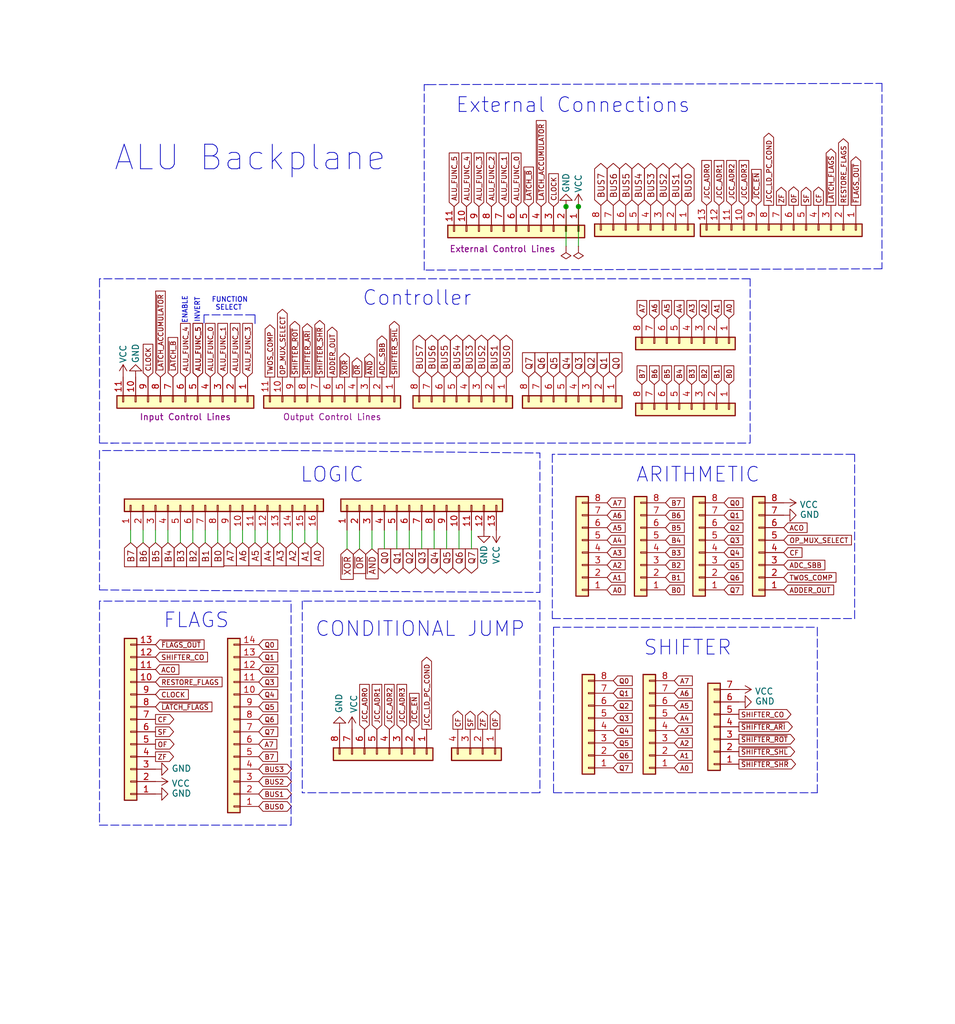
<source format=kicad_sch>
(kicad_sch (version 20211123) (generator eeschema)
  (paper "User" 194.996 208.991)
  (title_block (title "ALU & Conditional Jump Backplane") (date "2022-01-17") (rev "4") (company "theWickedWebDev/8-bit-computer"))
  (lib_symbols
    (symbol "Connector_Generic:Conn_01x04" (pin_names (offset 1.016) hide)
      (property "Reference" "J" (at 0 5.08 0))
      (property "Value" "Conn_01x04" (at 0 -7.62 0))
      (symbol "Conn_01x04_1_1"
        (rectangle (start -1.27 -4.953) (end 0 -5.207) (stroke (width 0.1524)))
        (rectangle (start -1.27 -2.413) (end 0 -2.667) (stroke (width 0.1524)))
        (rectangle (start -1.27 0.127) (end 0 -0.127) (stroke (width 0.1524)))
        (rectangle (start -1.27 2.667) (end 0 2.413) (stroke (width 0.1524)))
        (rectangle (start -1.27 3.81) (end 1.27 -6.35) (stroke (width 0.254)) (fill (type background)))
        (pin passive line (at -5.08 2.54 0) (length 3.81) (name "Pin_1") (number "1"))
        (pin passive line (at -5.08 0 0) (length 3.81) (name "Pin_2") (number "2"))
        (pin passive line (at -5.08 -2.54 0) (length 3.81) (name "Pin_3") (number "3"))
        (pin passive line (at -5.08 -5.08 0) (length 3.81) (name "Pin_4") (number "4"))
      )
    )
    (symbol "Connector_Generic:Conn_01x07" (pin_names (offset 1.016) hide)
      (property "Reference" "J" (at 0 10.16 0))
      (property "Value" "Conn_01x07" (at 0 -10.16 0))
      (symbol "Conn_01x07_1_1"
        (rectangle (start -1.27 -7.493) (end 0 -7.747) (stroke (width 0.1524)))
        (rectangle (start -1.27 -4.953) (end 0 -5.207) (stroke (width 0.1524)))
        (rectangle (start -1.27 -2.413) (end 0 -2.667) (stroke (width 0.1524)))
        (rectangle (start -1.27 0.127) (end 0 -0.127) (stroke (width 0.1524)))
        (rectangle (start -1.27 2.667) (end 0 2.413) (stroke (width 0.1524)))
        (rectangle (start -1.27 5.207) (end 0 4.953) (stroke (width 0.1524)))
        (rectangle (start -1.27 7.747) (end 0 7.493) (stroke (width 0.1524)))
        (rectangle (start -1.27 8.89) (end 1.27 -8.89) (stroke (width 0.254)) (fill (type background)))
        (pin passive line (at -5.08 7.62 0) (length 3.81) (name "Pin_1") (number "1"))
        (pin passive line (at -5.08 5.08 0) (length 3.81) (name "Pin_2") (number "2"))
        (pin passive line (at -5.08 2.54 0) (length 3.81) (name "Pin_3") (number "3"))
        (pin passive line (at -5.08 0 0) (length 3.81) (name "Pin_4") (number "4"))
        (pin passive line (at -5.08 -2.54 0) (length 3.81) (name "Pin_5") (number "5"))
        (pin passive line (at -5.08 -5.08 0) (length 3.81) (name "Pin_6") (number "6"))
        (pin passive line (at -5.08 -7.62 0) (length 3.81) (name "Pin_7") (number "7"))
      )
    )
    (symbol "Connector_Generic:Conn_01x08" (pin_names (offset 1.016) hide)
      (property "Reference" "J" (at 0 10.16 0))
      (property "Value" "Conn_01x08" (at 0 -12.7 0))
      (symbol "Conn_01x08_1_1"
        (rectangle (start -1.27 -10.033) (end 0 -10.287) (stroke (width 0.1524)))
        (rectangle (start -1.27 -7.493) (end 0 -7.747) (stroke (width 0.1524)))
        (rectangle (start -1.27 -4.953) (end 0 -5.207) (stroke (width 0.1524)))
        (rectangle (start -1.27 -2.413) (end 0 -2.667) (stroke (width 0.1524)))
        (rectangle (start -1.27 0.127) (end 0 -0.127) (stroke (width 0.1524)))
        (rectangle (start -1.27 2.667) (end 0 2.413) (stroke (width 0.1524)))
        (rectangle (start -1.27 5.207) (end 0 4.953) (stroke (width 0.1524)))
        (rectangle (start -1.27 7.747) (end 0 7.493) (stroke (width 0.1524)))
        (rectangle (start -1.27 8.89) (end 1.27 -11.43) (stroke (width 0.254)) (fill (type background)))
        (pin passive line (at -5.08 7.62 0) (length 3.81) (name "Pin_1") (number "1"))
        (pin passive line (at -5.08 5.08 0) (length 3.81) (name "Pin_2") (number "2"))
        (pin passive line (at -5.08 2.54 0) (length 3.81) (name "Pin_3") (number "3"))
        (pin passive line (at -5.08 0 0) (length 3.81) (name "Pin_4") (number "4"))
        (pin passive line (at -5.08 -2.54 0) (length 3.81) (name "Pin_5") (number "5"))
        (pin passive line (at -5.08 -5.08 0) (length 3.81) (name "Pin_6") (number "6"))
        (pin passive line (at -5.08 -7.62 0) (length 3.81) (name "Pin_7") (number "7"))
        (pin passive line (at -5.08 -10.16 0) (length 3.81) (name "Pin_8") (number "8"))
      )
    )
    (symbol "Connector_Generic:Conn_01x11" (pin_names (offset 1.016) hide)
      (property "Reference" "J" (at 0 15.24 0))
      (property "Value" "Conn_01x11" (at 0 -15.24 0))
      (symbol "Conn_01x11_1_1"
        (rectangle (start -1.27 -12.573) (end 0 -12.827) (stroke (width 0.1524)))
        (rectangle (start -1.27 -10.033) (end 0 -10.287) (stroke (width 0.1524)))
        (rectangle (start -1.27 -7.493) (end 0 -7.747) (stroke (width 0.1524)))
        (rectangle (start -1.27 -4.953) (end 0 -5.207) (stroke (width 0.1524)))
        (rectangle (start -1.27 -2.413) (end 0 -2.667) (stroke (width 0.1524)))
        (rectangle (start -1.27 0.127) (end 0 -0.127) (stroke (width 0.1524)))
        (rectangle (start -1.27 2.667) (end 0 2.413) (stroke (width 0.1524)))
        (rectangle (start -1.27 5.207) (end 0 4.953) (stroke (width 0.1524)))
        (rectangle (start -1.27 7.747) (end 0 7.493) (stroke (width 0.1524)))
        (rectangle (start -1.27 10.287) (end 0 10.033) (stroke (width 0.1524)))
        (rectangle (start -1.27 12.827) (end 0 12.573) (stroke (width 0.1524)))
        (rectangle (start -1.27 13.97) (end 1.27 -13.97) (stroke (width 0.254)) (fill (type background)))
        (pin passive line (at -5.08 12.7 0) (length 3.81) (name "Pin_1") (number "1"))
        (pin passive line (at -5.08 -10.16 0) (length 3.81) (name "Pin_10") (number "10"))
        (pin passive line (at -5.08 -12.7 0) (length 3.81) (name "Pin_11") (number "11"))
        (pin passive line (at -5.08 10.16 0) (length 3.81) (name "Pin_2") (number "2"))
        (pin passive line (at -5.08 7.62 0) (length 3.81) (name "Pin_3") (number "3"))
        (pin passive line (at -5.08 5.08 0) (length 3.81) (name "Pin_4") (number "4"))
        (pin passive line (at -5.08 2.54 0) (length 3.81) (name "Pin_5") (number "5"))
        (pin passive line (at -5.08 0 0) (length 3.81) (name "Pin_6") (number "6"))
        (pin passive line (at -5.08 -2.54 0) (length 3.81) (name "Pin_7") (number "7"))
        (pin passive line (at -5.08 -5.08 0) (length 3.81) (name "Pin_8") (number "8"))
        (pin passive line (at -5.08 -7.62 0) (length 3.81) (name "Pin_9") (number "9"))
      )
    )
    (symbol "Connector_Generic:Conn_01x13" (pin_names (offset 1.016) hide)
      (property "Reference" "J" (at 0 17.78 0))
      (property "Value" "Conn_01x13" (at 0 -17.78 0))
      (symbol "Conn_01x13_1_1"
        (rectangle (start -1.27 -15.113) (end 0 -15.367) (stroke (width 0.1524)))
        (rectangle (start -1.27 -12.573) (end 0 -12.827) (stroke (width 0.1524)))
        (rectangle (start -1.27 -10.033) (end 0 -10.287) (stroke (width 0.1524)))
        (rectangle (start -1.27 -7.493) (end 0 -7.747) (stroke (width 0.1524)))
        (rectangle (start -1.27 -4.953) (end 0 -5.207) (stroke (width 0.1524)))
        (rectangle (start -1.27 -2.413) (end 0 -2.667) (stroke (width 0.1524)))
        (rectangle (start -1.27 0.127) (end 0 -0.127) (stroke (width 0.1524)))
        (rectangle (start -1.27 2.667) (end 0 2.413) (stroke (width 0.1524)))
        (rectangle (start -1.27 5.207) (end 0 4.953) (stroke (width 0.1524)))
        (rectangle (start -1.27 7.747) (end 0 7.493) (stroke (width 0.1524)))
        (rectangle (start -1.27 10.287) (end 0 10.033) (stroke (width 0.1524)))
        (rectangle (start -1.27 12.827) (end 0 12.573) (stroke (width 0.1524)))
        (rectangle (start -1.27 15.367) (end 0 15.113) (stroke (width 0.1524)))
        (rectangle (start -1.27 16.51) (end 1.27 -16.51) (stroke (width 0.254)) (fill (type background)))
        (pin passive line (at -5.08 15.24 0) (length 3.81) (name "Pin_1") (number "1"))
        (pin passive line (at -5.08 -7.62 0) (length 3.81) (name "Pin_10") (number "10"))
        (pin passive line (at -5.08 -10.16 0) (length 3.81) (name "Pin_11") (number "11"))
        (pin passive line (at -5.08 -12.7 0) (length 3.81) (name "Pin_12") (number "12"))
        (pin passive line (at -5.08 -15.24 0) (length 3.81) (name "Pin_13") (number "13"))
        (pin passive line (at -5.08 12.7 0) (length 3.81) (name "Pin_2") (number "2"))
        (pin passive line (at -5.08 10.16 0) (length 3.81) (name "Pin_3") (number "3"))
        (pin passive line (at -5.08 7.62 0) (length 3.81) (name "Pin_4") (number "4"))
        (pin passive line (at -5.08 5.08 0) (length 3.81) (name "Pin_5") (number "5"))
        (pin passive line (at -5.08 2.54 0) (length 3.81) (name "Pin_6") (number "6"))
        (pin passive line (at -5.08 0 0) (length 3.81) (name "Pin_7") (number "7"))
        (pin passive line (at -5.08 -2.54 0) (length 3.81) (name "Pin_8") (number "8"))
        (pin passive line (at -5.08 -5.08 0) (length 3.81) (name "Pin_9") (number "9"))
      )
    )
    (symbol "Connector_Generic:Conn_01x14" (pin_names (offset 1.016) hide)
      (property "Reference" "J" (at 0 17.78 0))
      (property "Value" "Conn_01x14" (at 0 -20.32 0))
      (symbol "Conn_01x14_1_1"
        (rectangle (start -1.27 -17.653) (end 0 -17.907) (stroke (width 0.1524)))
        (rectangle (start -1.27 -15.113) (end 0 -15.367) (stroke (width 0.1524)))
        (rectangle (start -1.27 -12.573) (end 0 -12.827) (stroke (width 0.1524)))
        (rectangle (start -1.27 -10.033) (end 0 -10.287) (stroke (width 0.1524)))
        (rectangle (start -1.27 -7.493) (end 0 -7.747) (stroke (width 0.1524)))
        (rectangle (start -1.27 -4.953) (end 0 -5.207) (stroke (width 0.1524)))
        (rectangle (start -1.27 -2.413) (end 0 -2.667) (stroke (width 0.1524)))
        (rectangle (start -1.27 0.127) (end 0 -0.127) (stroke (width 0.1524)))
        (rectangle (start -1.27 2.667) (end 0 2.413) (stroke (width 0.1524)))
        (rectangle (start -1.27 5.207) (end 0 4.953) (stroke (width 0.1524)))
        (rectangle (start -1.27 7.747) (end 0 7.493) (stroke (width 0.1524)))
        (rectangle (start -1.27 10.287) (end 0 10.033) (stroke (width 0.1524)))
        (rectangle (start -1.27 12.827) (end 0 12.573) (stroke (width 0.1524)))
        (rectangle (start -1.27 15.367) (end 0 15.113) (stroke (width 0.1524)))
        (rectangle (start -1.27 16.51) (end 1.27 -19.05) (stroke (width 0.254)) (fill (type background)))
        (pin passive line (at -5.08 15.24 0) (length 3.81) (name "Pin_1") (number "1"))
        (pin passive line (at -5.08 -7.62 0) (length 3.81) (name "Pin_10") (number "10"))
        (pin passive line (at -5.08 -10.16 0) (length 3.81) (name "Pin_11") (number "11"))
        (pin passive line (at -5.08 -12.7 0) (length 3.81) (name "Pin_12") (number "12"))
        (pin passive line (at -5.08 -15.24 0) (length 3.81) (name "Pin_13") (number "13"))
        (pin passive line (at -5.08 -17.78 0) (length 3.81) (name "Pin_14") (number "14"))
        (pin passive line (at -5.08 12.7 0) (length 3.81) (name "Pin_2") (number "2"))
        (pin passive line (at -5.08 10.16 0) (length 3.81) (name "Pin_3") (number "3"))
        (pin passive line (at -5.08 7.62 0) (length 3.81) (name "Pin_4") (number "4"))
        (pin passive line (at -5.08 5.08 0) (length 3.81) (name "Pin_5") (number "5"))
        (pin passive line (at -5.08 2.54 0) (length 3.81) (name "Pin_6") (number "6"))
        (pin passive line (at -5.08 0 0) (length 3.81) (name "Pin_7") (number "7"))
        (pin passive line (at -5.08 -2.54 0) (length 3.81) (name "Pin_8") (number "8"))
        (pin passive line (at -5.08 -5.08 0) (length 3.81) (name "Pin_9") (number "9"))
      )
    )
    (symbol "Connector_Generic:Conn_01x16" (pin_names (offset 1.016) hide)
      (property "Reference" "J" (at 0 20.32 0))
      (property "Value" "Conn_01x16" (at 0 -22.86 0))
      (symbol "Conn_01x16_1_1"
        (rectangle (start -1.27 -20.193) (end 0 -20.447) (stroke (width 0.1524)))
        (rectangle (start -1.27 -17.653) (end 0 -17.907) (stroke (width 0.1524)))
        (rectangle (start -1.27 -15.113) (end 0 -15.367) (stroke (width 0.1524)))
        (rectangle (start -1.27 -12.573) (end 0 -12.827) (stroke (width 0.1524)))
        (rectangle (start -1.27 -10.033) (end 0 -10.287) (stroke (width 0.1524)))
        (rectangle (start -1.27 -7.493) (end 0 -7.747) (stroke (width 0.1524)))
        (rectangle (start -1.27 -4.953) (end 0 -5.207) (stroke (width 0.1524)))
        (rectangle (start -1.27 -2.413) (end 0 -2.667) (stroke (width 0.1524)))
        (rectangle (start -1.27 0.127) (end 0 -0.127) (stroke (width 0.1524)))
        (rectangle (start -1.27 2.667) (end 0 2.413) (stroke (width 0.1524)))
        (rectangle (start -1.27 5.207) (end 0 4.953) (stroke (width 0.1524)))
        (rectangle (start -1.27 7.747) (end 0 7.493) (stroke (width 0.1524)))
        (rectangle (start -1.27 10.287) (end 0 10.033) (stroke (width 0.1524)))
        (rectangle (start -1.27 12.827) (end 0 12.573) (stroke (width 0.1524)))
        (rectangle (start -1.27 15.367) (end 0 15.113) (stroke (width 0.1524)))
        (rectangle (start -1.27 17.907) (end 0 17.653) (stroke (width 0.1524)))
        (rectangle (start -1.27 19.05) (end 1.27 -21.59) (stroke (width 0.254)) (fill (type background)))
        (pin passive line (at -5.08 17.78 0) (length 3.81) (name "Pin_1") (number "1"))
        (pin passive line (at -5.08 -5.08 0) (length 3.81) (name "Pin_10") (number "10"))
        (pin passive line (at -5.08 -7.62 0) (length 3.81) (name "Pin_11") (number "11"))
        (pin passive line (at -5.08 -10.16 0) (length 3.81) (name "Pin_12") (number "12"))
        (pin passive line (at -5.08 -12.7 0) (length 3.81) (name "Pin_13") (number "13"))
        (pin passive line (at -5.08 -15.24 0) (length 3.81) (name "Pin_14") (number "14"))
        (pin passive line (at -5.08 -17.78 0) (length 3.81) (name "Pin_15") (number "15"))
        (pin passive line (at -5.08 -20.32 0) (length 3.81) (name "Pin_16") (number "16"))
        (pin passive line (at -5.08 15.24 0) (length 3.81) (name "Pin_2") (number "2"))
        (pin passive line (at -5.08 12.7 0) (length 3.81) (name "Pin_3") (number "3"))
        (pin passive line (at -5.08 10.16 0) (length 3.81) (name "Pin_4") (number "4"))
        (pin passive line (at -5.08 7.62 0) (length 3.81) (name "Pin_5") (number "5"))
        (pin passive line (at -5.08 5.08 0) (length 3.81) (name "Pin_6") (number "6"))
        (pin passive line (at -5.08 2.54 0) (length 3.81) (name "Pin_7") (number "7"))
        (pin passive line (at -5.08 0 0) (length 3.81) (name "Pin_8") (number "8"))
        (pin passive line (at -5.08 -2.54 0) (length 3.81) (name "Pin_9") (number "9"))
      )
    )
    (symbol "power:GND" (power) (pin_names (offset 0))
      (property "Value" "GND" (at 0 -3.81 0))
      (symbol "GND_0_1"
        (polyline (pts (xy 0 0) (xy 0 -1.27) (xy 1.27 -1.27) (xy 0 -2.54) (xy -1.27 -1.27) (xy 0 -1.27)))
      )
      (symbol "GND_1_1"
        (pin power_in line (at 0 0 270) (length 0) hide (name "GND") (number "1"))
      )
    )
    (symbol "power:PWR_FLAG" (power) (pin_numbers hide) (pin_names (offset 0) hide)
      (property "Value" "PWR_FLAG" (at 0 3.81 0))
      (symbol "PWR_FLAG_0_0"
        (pin power_out line (at 0 0 90) (length 0) (name "pwr") (number "1"))
      )
      (symbol "PWR_FLAG_0_1"
        (polyline (pts (xy 0 0) (xy 0 1.27) (xy -1.016 1.905) (xy 0 2.54) (xy 1.016 1.905) (xy 0 1.27)))
      )
    )
    (symbol "power:VCC" (power) (pin_names (offset 0))
      (property "Value" "VCC" (at 0 3.81 0))
      (symbol "VCC_0_1"
        (polyline (pts (xy -0.762 1.27) (xy 0 2.54)))
        (polyline (pts (xy 0 0) (xy 0 2.54)))
        (polyline (pts (xy 0 2.54) (xy 0.762 1.27)))
      )
      (symbol "VCC_1_1"
        (pin power_in line (at 0 0 90) (length 0) hide (name "VCC") (number "1"))
      )
    )
  )
  (junction (at 118.11 42.164))
  (junction (at 115.57 42.164))
  (polyline (pts (xy 143.002 92.71) (xy 112.776 92.71)))
  (wire (pts (xy 115.57 42.164) (xy 115.57 50.292)))
  (wire (pts (xy 70.866 112.014) (xy 70.866 108.204)))
  (polyline (pts (xy 20.32 168.402) (xy 59.436 168.402)))
  (polyline (pts (xy 86.614 55.118) (xy 86.614 17.272)))
  (wire (pts (xy 59.69 108.204) (xy 59.69 110.744)))
  (polyline (pts (xy 141.732 128.016) (xy 166.878 128.016)))
  (wire (pts (xy 83.566 112.014) (xy 83.566 108.204)))
  (wire (pts (xy 93.726 112.014) (xy 93.726 108.204)))
  (polyline (pts (xy 112.776 126.238) (xy 174.498 126.238)))
  (wire (pts (xy 78.486 112.014) (xy 78.486 108.204)))
  (wire (pts (xy 34.29 108.204) (xy 34.29 110.744)))
  (wire (pts (xy 36.83 108.204) (xy 36.83 110.744)))
  (wire (pts (xy 54.61 108.204) (xy 54.61 110.744)))
  (wire (pts (xy 88.646 112.014) (xy 88.646 108.204)))
  (wire (pts (xy 75.946 112.014) (xy 75.946 108.204)))
  (polyline (pts (xy 59.182 91.948) (xy 20.32 91.948)))
  (polyline (pts (xy 52.07 64.262) (xy 51.816 64.262)))
  (polyline (pts (xy 61.976 122.682) (xy 110.236 122.682)))
  (polyline (pts (xy 87.376 17.272) (xy 180.086 17.018)))
  (polyline (pts (xy 143.002 92.71) (xy 174.498 92.71)))
  (polyline (pts (xy 174.498 126.238) (xy 174.498 92.71)))
  (polyline (pts (xy 166.878 161.798) (xy 166.878 128.016)))
  (wire (pts (xy 41.91 108.204) (xy 41.91 110.744)))
  (wire (pts (xy 73.406 112.014) (xy 73.406 108.204)))
  (wire (pts (xy 39.37 108.204) (xy 39.37 110.744)))
  (polyline (pts (xy 61.722 122.682) (xy 61.722 161.798)))
  (wire (pts (xy 46.99 108.204) (xy 46.99 110.744)))
  (polyline (pts (xy 20.32 120.396) (xy 110.236 120.904)))
  (wire (pts (xy 91.186 112.014) (xy 91.186 108.204)))
  (polyline (pts (xy 112.776 92.71) (xy 112.776 126.238)))
  (polyline (pts (xy 20.32 122.682) (xy 20.32 168.402)))
  (polyline (pts (xy 110.236 122.682) (xy 110.236 161.798)))
  (polyline (pts (xy 20.32 91.948) (xy 20.32 120.396)))
  (polyline (pts (xy 59.436 168.402) (xy 59.436 122.682)))
  (polyline (pts (xy 141.732 128.016) (xy 113.03 128.016)))
  (wire (pts (xy 29.21 108.204) (xy 29.21 110.744)))
  (polyline (pts (xy 180.086 17.018) (xy 180.086 54.864)))
  (wire (pts (xy 57.15 108.204) (xy 57.15 110.744)))
  (polyline (pts (xy 113.03 128.016) (xy 113.03 161.798)))
  (wire (pts (xy 64.77 108.204) (xy 64.77 110.744)))
  (polyline (pts (xy 153.162 90.424) (xy 153.162 56.896)))
  (wire (pts (xy 44.45 108.204) (xy 44.45 110.744)))
  (wire (pts (xy 62.23 108.204) (xy 62.23 110.744)))
  (polyline (pts (xy 110.236 120.904) (xy 110.236 92.456)))
  (polyline (pts (xy 52.07 66.04) (xy 52.07 64.262)))
  (polyline (pts (xy 59.436 122.682) (xy 20.32 122.682)))
  (wire (pts (xy 118.11 42.164) (xy 118.11 50.292)))
  (polyline (pts (xy 86.614 17.272) (xy 87.376 17.272)))
  (wire (pts (xy 96.266 112.014) (xy 96.266 108.204)))
  (polyline (pts (xy 180.086 54.864) (xy 86.614 55.118)))
  (polyline (pts (xy 51.816 64.262) (xy 41.656 64.262)))
  (wire (pts (xy 26.67 108.204) (xy 26.67 110.744)))
  (polyline (pts (xy 110.236 161.798) (xy 61.722 161.798)))
  (polyline (pts (xy 41.656 64.262) (xy 41.656 66.04)))
  (wire (pts (xy 52.07 108.204) (xy 52.07 110.744)))
  (polyline (pts (xy 20.32 56.896) (xy 20.32 90.424)))
  (polyline (pts (xy 113.03 161.798) (xy 166.878 161.798)))
  (polyline (pts (xy 153.162 56.896) (xy 20.32 56.896)))
  (wire (pts (xy 81.026 112.014) (xy 81.026 108.204)))
  (wire (pts (xy 31.75 108.204) (xy 31.75 110.744)))
  (wire (pts (xy 86.106 112.014) (xy 86.106 108.204)))
  (polyline (pts (xy 59.182 91.948) (xy 110.236 92.456)))
  (polyline (pts (xy 20.32 90.424) (xy 23.114 90.424)))
  (wire (pts (xy 49.53 108.204) (xy 49.53 110.744)))
  (polyline (pts (xy 22.606 90.424) (xy 153.162 90.424)))
  (text "ARITHMETIC" (at 129.794 98.806 0) (effects (font (size 3 3)) (justify left bottom)))
  (text "External Connections" (at 92.964 23.368 0) (effects (font (size 3 3)) (justify left bottom)))
  (text "SHIFTER" (at 131.318 134.112 0) (effects (font (size 3 3)) (justify left bottom)))
  (text "CONDITIONAL JUMP" (at 64.262 130.302 0) (effects (font (size 3 3)) (justify left bottom)))
  (text "ENABLE" (at 38.354 60.452 270) (effects (font (size 1 1)) (justify right bottom)))
  (text "INVERT" (at 40.894 60.706 270) (effects (font (size 1 1)) (justify right bottom)))
  (text "Controller" (at 73.914 62.738 0) (effects (font (size 3 3)) (justify left bottom)))
  (text "ALU Backplane" (at 23.114 35.306 0) (effects (font (size 5 5)) (justify left bottom)))
  (text "FLAGS" (at 33.274 128.524 0) (effects (font (size 3 3)) (justify left bottom)))
  (text "LOGIC" (at 61.214 98.806 0) (effects (font (size 3 3)) (justify left bottom)))
  (text "FUNCTION\n SELECT" (at 43.18 63.5 0) (effects (font (size 1 1)) (justify left bottom)))
  (global_label "Q0" (shape input) (at 147.828 102.616 0) (effects (font (size 0.9906 0.9906))) (property "Intersheet References" "${INTERSHEET_REFS}" (effects hide)))
  (global_label "ALU_FUNC_2" (shape input) (at 48.006 76.962 90) (effects (font (size 0.9906 0.9906))) (property "Intersheet References" "${INTERSHEET_REFS}" (effects hide)))
  (global_label "B3" (shape input) (at 135.89 112.776 0) (effects (font (size 0.9906 0.9906))) (property "Intersheet References" "${INTERSHEET_REFS}" (effects hide)))
  (global_label "RESTORE_FLAGS" (shape output) (at 172.212 41.91 90) (effects (font (size 0.9906 0.9906))) (property "Intersheet References" "${INTERSHEET_REFS}" (effects hide)))
  (global_label "BUS6" (shape tri_state) (at 88.138 76.962 90) (property "Intersheet References" "${INTERSHEET_REFS}" (effects hide)))
  (global_label "Q0" (shape input) (at 52.832 131.572 0) (effects (font (size 0.9906 0.9906))) (property "Intersheet References" "${INTERSHEET_REFS}" (effects hide)))
  (global_label "JCC_ADR1" (shape input) (at 76.962 148.844 90) (effects (font (size 0.9906 0.9906))) (property "Intersheet References" "${INTERSHEET_REFS}" (effects hide)))
  (global_label "TWOS_COMP" (shape input) (at 160.02 117.856 0) (effects (font (size 0.9906 0.9906))) (property "Intersheet References" "${INTERSHEET_REFS}" (effects hide)))
  (global_label "SF" (shape output) (at 96.012 148.844 90) (effects (font (size 0.9906 0.9906))) (property "Intersheet References" "${INTERSHEET_REFS}" (effects hide)))
  (global_label "~{SHIFTER_ROT}" (shape output) (at 150.876 150.876 0) (effects (font (size 0.9906 0.9906))) (property "Intersheet References" "${INTERSHEET_REFS}" (effects hide)))
  (global_label "A0" (shape input) (at 148.844 65.024 90) (effects (font (size 0.9906 0.9906))) (property "Intersheet References" "${INTERSHEET_REFS}" (effects hide)))
  (global_label "~{SHIFTER_SHR}" (shape output) (at 65.278 76.962 90) (effects (font (size 0.9906 0.9906))) (property "Intersheet References" "${INTERSHEET_REFS}" (effects hide)))
  (global_label "B5" (shape input) (at 135.89 107.696 0) (effects (font (size 0.9906 0.9906))) (property "Intersheet References" "${INTERSHEET_REFS}" (effects hide)))
  (global_label "A4" (shape input) (at 137.668 146.558 0) (effects (font (size 0.9906 0.9906))) (property "Intersheet References" "${INTERSHEET_REFS}" (effects hide)))
  (global_label "A7" (shape input) (at 131.064 65.024 90) (effects (font (size 0.9906 0.9906))) (property "Intersheet References" "${INTERSHEET_REFS}" (effects hide)))
  (global_label "Q6" (shape output) (at 93.726 112.014 270) (property "Intersheet References" "${INTERSHEET_REFS}" (effects hide)))
  (global_label "B2" (shape input) (at 135.89 115.316 0) (effects (font (size 0.9906 0.9906))) (property "Intersheet References" "${INTERSHEET_REFS}" (effects hide)))
  (global_label "BUS5" (shape tri_state) (at 90.678 76.962 90) (property "Intersheet References" "${INTERSHEET_REFS}" (effects hide)))
  (global_label "B1" (shape input) (at 135.89 117.856 0) (effects (font (size 0.9906 0.9906))) (property "Intersheet References" "${INTERSHEET_REFS}" (effects hide)))
  (global_label "Q7" (shape input) (at 125.222 156.718 0) (effects (font (size 0.9906 0.9906))) (property "Intersheet References" "${INTERSHEET_REFS}" (effects hide)))
  (global_label "A2" (shape input) (at 123.952 115.316 0) (effects (font (size 0.9906 0.9906))) (property "Intersheet References" "${INTERSHEET_REFS}" (effects hide)))
  (global_label "B6" (shape input) (at 135.89 105.156 0) (effects (font (size 0.9906 0.9906))) (property "Intersheet References" "${INTERSHEET_REFS}" (effects hide)))
  (global_label "JCC_ADR2" (shape input) (at 149.352 41.91 90) (effects (font (size 0.9906 0.9906))) (property "Intersheet References" "${INTERSHEET_REFS}" (effects hide)))
  (global_label "ALU_FUNC_4" (shape input) (at 95.25 42.164 90) (effects (font (size 0.9906 0.9906))) (property "Intersheet References" "${INTERSHEET_REFS}" (effects hide)))
  (global_label "Q2" (shape input) (at 125.222 144.018 0) (effects (font (size 0.9906 0.9906))) (property "Intersheet References" "${INTERSHEET_REFS}" (effects hide)))
  (global_label "JCC_ADR0" (shape input) (at 74.422 148.844 90) (effects (font (size 0.9906 0.9906))) (property "Intersheet References" "${INTERSHEET_REFS}" (effects hide)))
  (global_label "OP_MUX_SELECT" (shape input) (at 160.02 110.236 0) (effects (font (size 0.9906 0.9906))) (property "Intersheet References" "${INTERSHEET_REFS}" (effects hide)))
  (global_label "~{LATCH_ACCUMULATOR}" (shape input) (at 110.49 42.164 90) (effects (font (size 0.9906 0.9906))) (property "Intersheet References" "${INTERSHEET_REFS}" (effects hide)))
  (global_label "CF" (shape output) (at 93.472 148.844 90) (effects (font (size 0.9906 0.9906))) (property "Intersheet References" "${INTERSHEET_REFS}" (effects hide)))
  (global_label "BUS5" (shape tri_state) (at 127.762 41.91 90) (property "Intersheet References" "${INTERSHEET_REFS}" (effects hide)))
  (global_label "A7" (shape input) (at 123.952 102.616 0) (effects (font (size 0.9906 0.9906))) (property "Intersheet References" "${INTERSHEET_REFS}" (effects hide)))
  (global_label "A4" (shape input) (at 123.952 110.236 0) (effects (font (size 0.9906 0.9906))) (property "Intersheet References" "${INTERSHEET_REFS}" (effects hide)))
  (global_label "BUS7" (shape tri_state) (at 122.682 41.91 90) (property "Intersheet References" "${INTERSHEET_REFS}" (effects hide)))
  (global_label "Q5" (shape output) (at 91.186 112.014 270) (property "Intersheet References" "${INTERSHEET_REFS}" (effects hide)))
  (global_label "~{SHIFTER_SHR}" (shape output) (at 150.876 155.956 0) (effects (font (size 0.9906 0.9906))) (property "Intersheet References" "${INTERSHEET_REFS}" (effects hide)))
  (global_label "A2" (shape input) (at 137.668 151.638 0) (effects (font (size 0.9906 0.9906))) (property "Intersheet References" "${INTERSHEET_REFS}" (effects hide)))
  (global_label "Q3" (shape input) (at 147.828 110.236 0) (effects (font (size 0.9906 0.9906))) (property "Intersheet References" "${INTERSHEET_REFS}" (effects hide)))
  (global_label "A6" (shape input) (at 137.668 141.478 0) (effects (font (size 0.9906 0.9906))) (property "Intersheet References" "${INTERSHEET_REFS}" (effects hide)))
  (global_label "JCC_LD_PC_COND" (shape output) (at 156.972 41.91 90) (effects (font (size 0.9906 0.9906))) (property "Intersheet References" "${INTERSHEET_REFS}" (effects hide)))
  (global_label "SHIFTER_CO" (shape input) (at 31.75 134.112 0) (effects (font (size 0.9906 0.9906))) (property "Intersheet References" "${INTERSHEET_REFS}" (effects hide)))
  (global_label "ALU_FUNC_4" (shape input) (at 37.846 76.962 90) (effects (font (size 0.9906 0.9906))) (property "Intersheet References" "${INTERSHEET_REFS}" (effects hide)))
  (global_label "CLOCK" (shape input) (at 113.03 42.164 90) (effects (font (size 0.9906 0.9906))) (property "Intersheet References" "${INTERSHEET_REFS}" (effects hide)))
  (global_label "~{LATCH_B}" (shape input) (at 35.306 76.962 90) (effects (font (size 0.9906 0.9906))) (property "Intersheet References" "${INTERSHEET_REFS}" (effects hide)))
  (global_label "A2" (shape input) (at 59.69 110.744 270) (property "Intersheet References" "${INTERSHEET_REFS}" (effects hide)))
  (global_label "A1" (shape input) (at 146.304 65.024 90) (effects (font (size 0.9906 0.9906))) (property "Intersheet References" "${INTERSHEET_REFS}" (effects hide)))
  (global_label "ZF" (shape output) (at 31.75 154.432 0) (effects (font (size 0.9906 0.9906))) (property "Intersheet References" "${INTERSHEET_REFS}" (effects hide)))
  (global_label "JCC_ADR2" (shape input) (at 79.502 148.844 90) (effects (font (size 0.9906 0.9906))) (property "Intersheet References" "${INTERSHEET_REFS}" (effects hide)))
  (global_label "B6" (shape input) (at 29.21 110.744 270) (property "Intersheet References" "${INTERSHEET_REFS}" (effects hide)))
  (global_label "B1" (shape input) (at 146.304 78.486 90) (effects (font (size 0.9906 0.9906))) (property "Intersheet References" "${INTERSHEET_REFS}" (effects hide)))
  (global_label "ACO" (shape input) (at 160.02 107.696 0) (effects (font (size 0.9906 0.9906))) (property "Intersheet References" "${INTERSHEET_REFS}" (effects hide)))
  (global_label "A2" (shape input) (at 143.764 65.024 90) (effects (font (size 0.9906 0.9906))) (property "Intersheet References" "${INTERSHEET_REFS}" (effects hide)))
  (global_label "Q3" (shape input) (at 118.11 76.962 90) (property "Intersheet References" "${INTERSHEET_REFS}" (effects hide)))
  (global_label "~{XOR}" (shape output) (at 70.358 76.962 90) (effects (font (size 0.9906 0.9906))) (property "Intersheet References" "${INTERSHEET_REFS}" (effects hide)))
  (global_label "OF" (shape output) (at 31.75 151.892 0) (effects (font (size 0.9906 0.9906))) (property "Intersheet References" "${INTERSHEET_REFS}" (effects hide)))
  (global_label "Q6" (shape input) (at 125.222 154.178 0) (effects (font (size 0.9906 0.9906))) (property "Intersheet References" "${INTERSHEET_REFS}" (effects hide)))
  (global_label "A4" (shape input) (at 138.684 65.024 90) (effects (font (size 0.9906 0.9906))) (property "Intersheet References" "${INTERSHEET_REFS}" (effects hide)))
  (global_label "BUS0" (shape tri_state) (at 140.462 41.91 90) (property "Intersheet References" "${INTERSHEET_REFS}" (effects hide)))
  (global_label "A1" (shape input) (at 137.668 154.178 0) (effects (font (size 0.9906 0.9906))) (property "Intersheet References" "${INTERSHEET_REFS}" (effects hide)))
  (global_label "A7" (shape input) (at 137.668 138.938 0) (effects (font (size 0.9906 0.9906))) (property "Intersheet References" "${INTERSHEET_REFS}" (effects hide)))
  (global_label "ALU_FUNC_0" (shape input) (at 42.926 76.962 90) (effects (font (size 0.9906 0.9906))) (property "Intersheet References" "${INTERSHEET_REFS}" (effects hide)))
  (global_label "~{LATCH_B}" (shape input) (at 107.95 42.164 90) (effects (font (size 0.9906 0.9906))) (property "Intersheet References" "${INTERSHEET_REFS}" (effects hide)))
  (global_label "A5" (shape input) (at 137.668 144.018 0) (effects (font (size 0.9906 0.9906))) (property "Intersheet References" "${INTERSHEET_REFS}" (effects hide)))
  (global_label "B1" (shape input) (at 41.91 110.744 270) (property "Intersheet References" "${INTERSHEET_REFS}" (effects hide)))
  (global_label "A7" (shape input) (at 52.832 151.892 0) (effects (font (size 0.9906 0.9906))) (property "Intersheet References" "${INTERSHEET_REFS}" (effects hide)))
  (global_label "A3" (shape input) (at 137.668 149.098 0) (effects (font (size 0.9906 0.9906))) (property "Intersheet References" "${INTERSHEET_REFS}" (effects hide)))
  (global_label "Q3" (shape input) (at 52.832 139.192 0) (effects (font (size 0.9906 0.9906))) (property "Intersheet References" "${INTERSHEET_REFS}" (effects hide)))
  (global_label "B0" (shape input) (at 135.89 120.396 0) (effects (font (size 0.9906 0.9906))) (property "Intersheet References" "${INTERSHEET_REFS}" (effects hide)))
  (global_label "BUS1" (shape tri_state) (at 52.832 162.052 0) (effects (font (size 0.9906 0.9906))) (property "Intersheet References" "${INTERSHEET_REFS}" (effects hide)))
  (global_label "Q1" (shape output) (at 81.026 112.014 270) (property "Intersheet References" "${INTERSHEET_REFS}" (effects hide)))
  (global_label "A6" (shape input) (at 49.53 110.744 270) (property "Intersheet References" "${INTERSHEET_REFS}" (effects hide)))
  (global_label "A5" (shape input) (at 123.952 107.696 0) (effects (font (size 0.9906 0.9906))) (property "Intersheet References" "${INTERSHEET_REFS}" (effects hide)))
  (global_label "Q5" (shape input) (at 147.828 115.316 0) (effects (font (size 0.9906 0.9906))) (property "Intersheet References" "${INTERSHEET_REFS}" (effects hide)))
  (global_label "ALU_FUNC_1" (shape input) (at 45.466 76.962 90) (effects (font (size 0.9906 0.9906))) (property "Intersheet References" "${INTERSHEET_REFS}" (effects hide)))
  (global_label "B4" (shape input) (at 34.29 110.744 270) (property "Intersheet References" "${INTERSHEET_REFS}" (effects hide)))
  (global_label "ADC_SBB" (shape input) (at 160.02 115.316 0) (effects (font (size 0.9906 0.9906))) (property "Intersheet References" "${INTERSHEET_REFS}" (effects hide)))
  (global_label "ALU_FUNC_3" (shape input) (at 50.546 76.962 90) (effects (font (size 0.9906 0.9906))) (property "Intersheet References" "${INTERSHEET_REFS}" (effects hide)))
  (global_label "Q6" (shape input) (at 110.49 76.962 90) (property "Intersheet References" "${INTERSHEET_REFS}" (effects hide)))
  (global_label "A0" (shape input) (at 123.952 120.396 0) (effects (font (size 0.9906 0.9906))) (property "Intersheet References" "${INTERSHEET_REFS}" (effects hide)))
  (global_label "JCC_ADR3" (shape input) (at 151.892 41.91 90) (effects (font (size 0.9906 0.9906))) (property "Intersheet References" "${INTERSHEET_REFS}" (effects hide)))
  (global_label "Q7" (shape input) (at 147.828 120.396 0) (effects (font (size 0.9906 0.9906))) (property "Intersheet References" "${INTERSHEET_REFS}" (effects hide)))
  (global_label "B5" (shape input) (at 136.144 78.486 90) (effects (font (size 0.9906 0.9906))) (property "Intersheet References" "${INTERSHEET_REFS}" (effects hide)))
  (global_label "OP_MUX_SELECT" (shape output) (at 57.658 76.962 90) (effects (font (size 0.9906 0.9906))) (property "Intersheet References" "${INTERSHEET_REFS}" (effects hide)))
  (global_label "Q2" (shape input) (at 52.832 136.652 0) (effects (font (size 0.9906 0.9906))) (property "Intersheet References" "${INTERSHEET_REFS}" (effects hide)))
  (global_label "A3" (shape input) (at 141.224 65.024 90) (effects (font (size 0.9906 0.9906))) (property "Intersheet References" "${INTERSHEET_REFS}" (effects hide)))
  (global_label "B4" (shape input) (at 138.684 78.486 90) (effects (font (size 0.9906 0.9906))) (property "Intersheet References" "${INTERSHEET_REFS}" (effects hide)))
  (global_label "A3" (shape input) (at 57.15 110.744 270) (property "Intersheet References" "${INTERSHEET_REFS}" (effects hide)))
  (global_label "~{LATCH_FLAGS}" (shape input) (at 31.75 144.272 0) (effects (font (size 0.9906 0.9906))) (property "Intersheet References" "${INTERSHEET_REFS}" (effects hide)))
  (global_label "Q2" (shape output) (at 83.566 112.014 270) (property "Intersheet References" "${INTERSHEET_REFS}" (effects hide)))
  (global_label "BUS1" (shape tri_state) (at 100.838 76.962 90) (property "Intersheet References" "${INTERSHEET_REFS}" (effects hide)))
  (global_label "Q1" (shape input) (at 123.19 76.962 90) (property "Intersheet References" "${INTERSHEET_REFS}" (effects hide)))
  (global_label "CLOCK" (shape input) (at 30.226 76.962 90) (effects (font (size 0.9906 0.9906))) (property "Intersheet References" "${INTERSHEET_REFS}" (effects hide)))
  (global_label "Q1" (shape input) (at 52.832 134.112 0) (effects (font (size 0.9906 0.9906))) (property "Intersheet References" "${INTERSHEET_REFS}" (effects hide)))
  (global_label "Q6" (shape input) (at 147.828 117.856 0) (effects (font (size 0.9906 0.9906))) (property "Intersheet References" "${INTERSHEET_REFS}" (effects hide)))
  (global_label "B7" (shape input) (at 52.832 154.432 0) (effects (font (size 0.9906 0.9906))) (property "Intersheet References" "${INTERSHEET_REFS}" (effects hide)))
  (global_label "BUS3" (shape tri_state) (at 132.842 41.91 90) (property "Intersheet References" "${INTERSHEET_REFS}" (effects hide)))
  (global_label "SHIFTER_CO" (shape output) (at 150.876 145.796 0) (effects (font (size 0.9906 0.9906))) (property "Intersheet References" "${INTERSHEET_REFS}" (effects hide)))
  (global_label "B2" (shape input) (at 39.37 110.744 270) (property "Intersheet References" "${INTERSHEET_REFS}" (effects hide)))
  (global_label "JCC_ADR3" (shape input) (at 82.042 148.844 90) (effects (font (size 0.9906 0.9906))) (property "Intersheet References" "${INTERSHEET_REFS}" (effects hide)))
  (global_label "BUS7" (shape tri_state) (at 85.598 76.962 90) (property "Intersheet References" "${INTERSHEET_REFS}" (effects hide)))
  (global_label "Q0" (shape input) (at 125.73 76.962 90) (property "Intersheet References" "${INTERSHEET_REFS}" (effects hide)))
  (global_label "~{SHIFTER_SHL}" (shape output) (at 150.876 153.416 0) (effects (font (size 0.9906 0.9906))) (property "Intersheet References" "${INTERSHEET_REFS}" (effects hide)))
  (global_label "~{SHIFTER_SHL}" (shape output) (at 80.518 76.962 90) (effects (font (size 0.9906 0.9906))) (property "Intersheet References" "${INTERSHEET_REFS}" (effects hide)))
  (global_label "A1" (shape input) (at 62.23 110.744 270) (property "Intersheet References" "${INTERSHEET_REFS}" (effects hide)))
  (global_label "BUS3" (shape tri_state) (at 95.758 76.962 90) (property "Intersheet References" "${INTERSHEET_REFS}" (effects hide)))
  (global_label "BUS4" (shape tri_state) (at 130.302 41.91 90) (property "Intersheet References" "${INTERSHEET_REFS}" (effects hide)))
  (global_label "A7" (shape input) (at 46.99 110.744 270) (property "Intersheet References" "${INTERSHEET_REFS}" (effects hide)))
  (global_label "B6" (shape input) (at 133.604 78.486 90) (effects (font (size 0.9906 0.9906))) (property "Intersheet References" "${INTERSHEET_REFS}" (effects hide)))
  (global_label "Q2" (shape input) (at 147.828 107.696 0) (effects (font (size 0.9906 0.9906))) (property "Intersheet References" "${INTERSHEET_REFS}" (effects hide)))
  (global_label "~{FLAGS_OUT}" (shape output) (at 174.752 41.91 90) (effects (font (size 0.9906 0.9906))) (property "Intersheet References" "${INTERSHEET_REFS}" (effects hide)))
  (global_label "CF" (shape input) (at 160.02 112.776 0) (effects (font (size 0.9906 0.9906))) (property "Intersheet References" "${INTERSHEET_REFS}" (effects hide)))
  (global_label "~{LATCH_FLAGS}" (shape output) (at 169.672 41.91 90) (effects (font (size 0.9906 0.9906))) (property "Intersheet References" "${INTERSHEET_REFS}" (effects hide)))
  (global_label "ZF" (shape output) (at 98.552 148.844 90) (effects (font (size 0.9906 0.9906))) (property "Intersheet References" "${INTERSHEET_REFS}" (effects hide)))
  (global_label "OF" (shape output) (at 101.092 148.844 90) (effects (font (size 0.9906 0.9906))) (property "Intersheet References" "${INTERSHEET_REFS}" (effects hide)))
  (global_label "Q4" (shape output) (at 88.646 112.014 270) (property "Intersheet References" "${INTERSHEET_REFS}" (effects hide)))
  (global_label "Q3" (shape input) (at 125.222 146.558 0) (effects (font (size 0.9906 0.9906))) (property "Intersheet References" "${INTERSHEET_REFS}" (effects hide)))
  (global_label "B3" (shape input) (at 141.224 78.486 90) (effects (font (size 0.9906 0.9906))) (property "Intersheet References" "${INTERSHEET_REFS}" (effects hide)))
  (global_label "Q4" (shape input) (at 115.57 76.962 90) (property "Intersheet References" "${INTERSHEET_REFS}" (effects hide)))
  (global_label "Q7" (shape input) (at 107.95 76.962 90) (property "Intersheet References" "${INTERSHEET_REFS}" (effects hide)))
  (global_label "A5" (shape input) (at 136.144 65.024 90) (effects (font (size 0.9906 0.9906))) (property "Intersheet References" "${INTERSHEET_REFS}" (effects hide)))
  (global_label "Q1" (shape input) (at 147.828 105.156 0) (effects (font (size 0.9906 0.9906))) (property "Intersheet References" "${INTERSHEET_REFS}" (effects hide)))
  (global_label "JCC_LD_PC_COND" (shape output) (at 87.122 148.844 90) (effects (font (size 0.9906 0.9906))) (property "Intersheet References" "${INTERSHEET_REFS}" (effects hide)))
  (global_label "Q6" (shape input) (at 52.832 146.812 0) (effects (font (size 0.9906 0.9906))) (property "Intersheet References" "${INTERSHEET_REFS}" (effects hide)))
  (global_label "Q4" (shape input) (at 125.222 149.098 0) (effects (font (size 0.9906 0.9906))) (property "Intersheet References" "${INTERSHEET_REFS}" (effects hide)))
  (global_label "B4" (shape input) (at 135.89 110.236 0) (effects (font (size 0.9906 0.9906))) (property "Intersheet References" "${INTERSHEET_REFS}" (effects hide)))
  (global_label "BUS2" (shape tri_state) (at 52.832 159.512 0) (effects (font (size 0.9906 0.9906))) (property "Intersheet References" "${INTERSHEET_REFS}" (effects hide)))
  (global_label "BUS2" (shape tri_state) (at 98.298 76.962 90) (property "Intersheet References" "${INTERSHEET_REFS}" (effects hide)))
  (global_label "Q5" (shape input) (at 125.222 151.638 0) (effects (font (size 0.9906 0.9906))) (property "Intersheet References" "${INTERSHEET_REFS}" (effects hide)))
  (global_label "ADC_SBB" (shape output) (at 77.978 76.962 90) (effects (font (size 0.9906 0.9906))) (property "Intersheet References" "${INTERSHEET_REFS}" (effects hide)))
  (global_label "A0" (shape input) (at 137.668 156.718 0) (effects (font (size 0.9906 0.9906))) (property "Intersheet References" "${INTERSHEET_REFS}" (effects hide)))
  (global_label "~{AND}" (shape input) (at 75.946 112.014 270) (property "Intersheet References" "${INTERSHEET_REFS}" (effects hide)))
  (global_label "A1" (shape input) (at 123.952 117.856 0) (effects (font (size 0.9906 0.9906))) (property "Intersheet References" "${INTERSHEET_REFS}" (effects hide)))
  (global_label "ADDER_OUT" (shape output) (at 67.818 76.962 90) (effects (font (size 0.9906 0.9906))) (property "Intersheet References" "${INTERSHEET_REFS}" (effects hide)))
  (global_label "SF" (shape output) (at 31.75 149.352 0) (effects (font (size 0.9906 0.9906))) (property "Intersheet References" "${INTERSHEET_REFS}" (effects hide)))
  (global_label "JCC_ADR1" (shape input) (at 146.812 41.91 90) (effects (font (size 0.9906 0.9906))) (property "Intersheet References" "${INTERSHEET_REFS}" (effects hide)))
  (global_label "~{FLAGS_OUT}" (shape input) (at 31.75 131.572 0) (effects (font (size 0.9906 0.9906))) (property "Intersheet References" "${INTERSHEET_REFS}" (effects hide)))
  (global_label "A6" (shape input) (at 133.604 65.024 90) (effects (font (size 0.9906 0.9906))) (property "Intersheet References" "${INTERSHEET_REFS}" (effects hide)))
  (global_label "B7" (shape input) (at 135.89 102.616 0) (effects (font (size 0.9906 0.9906))) (property "Intersheet References" "${INTERSHEET_REFS}" (effects hide)))
  (global_label "B7" (shape input) (at 26.67 110.744 270) (property "Intersheet References" "${INTERSHEET_REFS}" (effects hide)))
  (global_label "CF" (shape output) (at 167.132 41.91 90) (effects (font (size 0.9906 0.9906))) (property "Intersheet References" "${INTERSHEET_REFS}" (effects hide)))
  (global_label "Q4" (shape input) (at 52.832 141.732 0) (effects (font (size 0.9906 0.9906))) (property "Intersheet References" "${INTERSHEET_REFS}" (effects hide)))
  (global_label "BUS0" (shape tri_state) (at 103.378 76.962 90) (property "Intersheet References" "${INTERSHEET_REFS}" (effects hide)))
  (global_label "A5" (shape input) (at 52.07 110.744 270) (property "Intersheet References" "${INTERSHEET_REFS}" (effects hide)))
  (global_label "~{XOR}" (shape input) (at 70.866 112.014 270) (property "Intersheet References" "${INTERSHEET_REFS}" (effects hide)))
  (global_label "~{OR}" (shape output) (at 72.898 76.962 90) (effects (font (size 0.9906 0.9906))) (property "Intersheet References" "${INTERSHEET_REFS}" (effects hide)))
  (global_label "ALU_FUNC_1" (shape input) (at 102.87 42.164 90) (effects (font (size 0.9906 0.9906))) (property "Intersheet References" "${INTERSHEET_REFS}" (effects hide)))
  (global_label "BUS4" (shape tri_state) (at 93.218 76.962 90) (property "Intersheet References" "${INTERSHEET_REFS}" (effects hide)))
  (global_label "OF" (shape output) (at 162.052 41.91 90) (effects (font (size 0.9906 0.9906))) (property "Intersheet References" "${INTERSHEET_REFS}" (effects hide)))
  (global_label "~{OR}" (shape input) (at 73.406 112.014 270) (property "Intersheet References" "${INTERSHEET_REFS}" (effects hide)))
  (global_label "Q3" (shape output) (at 86.106 112.014 270) (property "Intersheet References" "${INTERSHEET_REFS}" (effects hide)))
  (global_label "~{JCC_EN}" (shape input) (at 84.582 148.844 90) (effects (font (size 0.9906 0.9906))) (property "Intersheet References" "${INTERSHEET_REFS}" (effects hide)))
  (global_label "BUS2" (shape tri_state) (at 135.382 41.91 90) (property "Intersheet References" "${INTERSHEET_REFS}" (effects hide)))
  (global_label "RESTORE_FLAGS" (shape input) (at 31.75 139.192 0) (effects (font (size 0.9906 0.9906))) (property "Intersheet References" "${INTERSHEET_REFS}" (effects hide)))
  (global_label "SF" (shape output) (at 164.592 41.91 90) (effects (font (size 0.9906 0.9906))) (property "Intersheet References" "${INTERSHEET_REFS}" (effects hide)))
  (global_label "ADDER_OUT" (shape input) (at 160.02 120.396 0) (effects (font (size 0.9906 0.9906))) (property "Intersheet References" "${INTERSHEET_REFS}" (effects hide)))
  (global_label "B2" (shape input) (at 143.764 78.486 90) (effects (font (size 0.9906 0.9906))) (property "Intersheet References" "${INTERSHEET_REFS}" (effects hide)))
  (global_label "BUS1" (shape tri_state) (at 137.922 41.91 90) (property "Intersheet References" "${INTERSHEET_REFS}" (effects hide)))
  (global_label "~{SHIFTER_ARI}" (shape output) (at 150.876 148.336 0) (effects (font (size 0.9906 0.9906))) (property "Intersheet References" "${INTERSHEET_REFS}" (effects hide)))
  (global_label "~{JCC_EN}" (shape input) (at 154.432 41.91 90) (effects (font (size 0.9906 0.9906))) (property "Intersheet References" "${INTERSHEET_REFS}" (effects hide)))
  (global_label "A4" (shape input) (at 54.61 110.744 270) (property "Intersheet References" "${INTERSHEET_REFS}" (effects hide)))
  (global_label "B0" (shape input) (at 148.844 78.486 90) (effects (font (size 0.9906 0.9906))) (property "Intersheet References" "${INTERSHEET_REFS}" (effects hide)))
  (global_label "~{AND}" (shape output) (at 75.438 76.962 90) (effects (font (size 0.9906 0.9906))) (property "Intersheet References" "${INTERSHEET_REFS}" (effects hide)))
  (global_label "ALU_FUNC_3" (shape input) (at 97.79 42.164 90) (effects (font (size 0.9906 0.9906))) (property "Intersheet References" "${INTERSHEET_REFS}" (effects hide)))
  (global_label "B3" (shape input) (at 36.83 110.744 270) (property "Intersheet References" "${INTERSHEET_REFS}" (effects hide)))
  (global_label "Q7" (shape input) (at 52.832 149.352 0) (effects (font (size 0.9906 0.9906))) (property "Intersheet References" "${INTERSHEET_REFS}" (effects hide)))
  (global_label "~{SHIFTER_ARI}" (shape output) (at 62.738 76.962 90) (effects (font (size 0.9906 0.9906))) (property "Intersheet References" "${INTERSHEET_REFS}" (effects hide)))
  (global_label "B0" (shape input) (at 44.45 110.744 270) (property "Intersheet References" "${INTERSHEET_REFS}" (effects hide)))
  (global_label "BUS3" (shape tri_state) (at 52.832 156.972 0) (effects (font (size 0.9906 0.9906))) (property "Intersheet References" "${INTERSHEET_REFS}" (effects hide)))
  (global_label "Q5" (shape input) (at 52.832 144.272 0) (effects (font (size 0.9906 0.9906))) (property "Intersheet References" "${INTERSHEET_REFS}" (effects hide)))
  (global_label "B5" (shape input) (at 31.75 110.744 270) (property "Intersheet References" "${INTERSHEET_REFS}" (effects hide)))
  (global_label "ALU_FUNC_5" (shape input) (at 40.386 76.962 90) (effects (font (size 0.9906 0.9906))) (property "Intersheet References" "${INTERSHEET_REFS}" (effects hide)))
  (global_label "JCC_ADR0" (shape input) (at 144.272 41.91 90) (effects (font (size 0.9906 0.9906))) (property "Intersheet References" "${INTERSHEET_REFS}" (effects hide)))
  (global_label "ALU_FUNC_5" (shape input) (at 92.71 42.164 90) (effects (font (size 0.9906 0.9906))) (property "Intersheet References" "${INTERSHEET_REFS}" (effects hide)))
  (global_label "Q5" (shape input) (at 113.03 76.962 90) (property "Intersheet References" "${INTERSHEET_REFS}" (effects hide)))
  (global_label "Q0" (shape output) (at 78.486 112.014 270) (property "Intersheet References" "${INTERSHEET_REFS}" (effects hide)))
  (global_label "ALU_FUNC_0" (shape input) (at 105.41 42.164 90) (effects (font (size 0.9906 0.9906))) (property "Intersheet References" "${INTERSHEET_REFS}" (effects hide)))
  (global_label "A6" (shape input) (at 123.952 105.156 0) (effects (font (size 0.9906 0.9906))) (property "Intersheet References" "${INTERSHEET_REFS}" (effects hide)))
  (global_label "A3" (shape input) (at 123.952 112.776 0) (effects (font (size 0.9906 0.9906))) (property "Intersheet References" "${INTERSHEET_REFS}" (effects hide)))
  (global_label "CF" (shape output) (at 31.75 146.812 0) (effects (font (size 0.9906 0.9906))) (property "Intersheet References" "${INTERSHEET_REFS}" (effects hide)))
  (global_label "BUS0" (shape tri_state) (at 52.832 164.592 0) (effects (font (size 0.9906 0.9906))) (property "Intersheet References" "${INTERSHEET_REFS}" (effects hide)))
  (global_label "Q1" (shape input) (at 125.222 141.478 0) (effects (font (size 0.9906 0.9906))) (property "Intersheet References" "${INTERSHEET_REFS}" (effects hide)))
  (global_label "TWOS_COMP" (shape output) (at 55.118 76.962 90) (effects (font (size 0.9906 0.9906))) (property "Intersheet References" "${INTERSHEET_REFS}" (effects hide)))
  (global_label "ALU_FUNC_2" (shape input) (at 100.33 42.164 90) (effects (font (size 0.9906 0.9906))) (property "Intersheet References" "${INTERSHEET_REFS}" (effects hide)))
  (global_label "B7" (shape input) (at 131.064 78.486 90) (effects (font (size 0.9906 0.9906))) (property "Intersheet References" "${INTERSHEET_REFS}" (effects hide)))
  (global_label "ACO" (shape input) (at 31.75 136.652 0) (effects (font (size 0.9906 0.9906))) (property "Intersheet References" "${INTERSHEET_REFS}" (effects hide)))
  (global_label "CLOCK" (shape input) (at 31.75 141.732 0) (effects (font (size 0.9906 0.9906))) (property "Intersheet References" "${INTERSHEET_REFS}" (effects hide)))
  (global_label "Q2" (shape input) (at 120.65 76.962 90) (property "Intersheet References" "${INTERSHEET_REFS}" (effects hide)))
  (global_label "BUS6" (shape tri_state) (at 125.222 41.91 90) (property "Intersheet References" "${INTERSHEET_REFS}" (effects hide)))
  (global_label "Q0" (shape input) (at 125.222 138.938 0) (effects (font (size 0.9906 0.9906))) (property "Intersheet References" "${INTERSHEET_REFS}" (effects hide)))
  (global_label "A0" (shape input) (at 64.77 110.744 270) (property "Intersheet References" "${INTERSHEET_REFS}" (effects hide)))
  (global_label "~{SHIFTER_ROT}" (shape output) (at 60.198 76.962 90) (effects (font (size 0.9906 0.9906))) (property "Intersheet References" "${INTERSHEET_REFS}" (effects hide)))
  (global_label "~{LATCH_ACCUMULATOR}" (shape input) (at 32.766 76.962 90) (effects (font (size 0.9906 0.9906))) (property "Intersheet References" "${INTERSHEET_REFS}" (effects hide)))
  (global_label "Q7" (shape output) (at 96.266 112.014 270) (property "Intersheet References" "${INTERSHEET_REFS}" (effects hide)))
  (global_label "ZF" (shape output) (at 159.512 41.91 90) (effects (font (size 0.9906 0.9906))) (property "Intersheet References" "${INTERSHEET_REFS}" (effects hide)))
  (global_label "Q4" (shape input) (at 147.828 112.776 0) (effects (font (size 0.9906 0.9906))) (property "Intersheet References" "${INTERSHEET_REFS}" (effects hide)))
  (global_label "ALU_FUNC_5" (shape input) (at 40.386 76.962 90) (effects (font (size 0.9906 0.9906))) (property "Intersheet References" "${INTERSHEET_REFS}" (effects hide)))
  (symbol (lib_id "Connector_Generic:Conn_01x13") (at 26.67 146.812 180) (unit 1)
    (property "Reference" "J3" (effects hide))
    (property "Value" "Conn_01x13" (effects hide))
    (property "Footprint" "Connector_PinSocket_2.54mm:PinSocket_1x13_P2.54mm_Vertical" (effects hide))
  )
  (symbol (lib_id "Connector_Generic:Conn_01x14") (at 47.752 149.352 180) (unit 1)
    (property "Reference" "J4" (effects hide))
    (property "Value" "Conn_01x14" (effects hide))
    (property "Footprint" "Connector_PinSocket_2.54mm:PinSocket_1x14_P2.54mm_Vertical" (effects hide))
  )
  (symbol (lib_id "Connector_Generic:Conn_01x08") (at 130.81 112.776 180) (unit 1)
    (property "Reference" "J5" (effects hide))
    (property "Value" "Conn_01x08" (effects hide))
    (property "Footprint" "Connector_PinSocket_2.54mm:PinSocket_1x08_P2.54mm_Vertical" (effects hide))
  )
  (symbol (lib_id "Connector_Generic:Conn_01x08") (at 142.748 112.776 180) (unit 1)
    (property "Reference" "J6" (effects hide))
    (property "Value" "Conn_01x08" (effects hide))
    (property "Footprint" "Connector_PinSocket_2.54mm:PinSocket_1x08_P2.54mm_Vertical" (effects hide))
  )
  (symbol (lib_id "Connector_Generic:Conn_01x08") (at 154.94 112.776 180) (unit 1)
    (property "Reference" "J7" (effects hide))
    (property "Value" "Conn_01x08" (effects hide))
    (property "Footprint" "Connector_PinSocket_2.54mm:PinSocket_1x08_P2.54mm_Vertical" (effects hide))
  )
  (symbol (lib_id "Connector_Generic:Conn_01x08") (at 118.872 112.776 180) (unit 1)
    (property "Reference" "J8" (effects hide))
    (property "Value" "Conn_01x08" (effects hide))
    (property "Footprint" "Connector_PinSocket_2.54mm:PinSocket_1x08_P2.54mm_Vertical" (effects hide))
  )
  (symbol (lib_id "power:VCC") (at 31.75 159.512 270) (unit 1)
    (property "Reference" "#PWR0103" (effects hide))
    (property "Value" "VCC" (at 35.0012 159.893 90) (effects (justify left)))
  )
  (symbol (lib_id "power:GND") (at 31.75 162.052 90) (unit 1)
    (property "Reference" "#PWR0104" (effects hide))
    (property "Value" "GND" (at 35.0012 161.925 90) (effects (justify right)))
  )
  (symbol (lib_id "power:VCC") (at 160.02 102.616 270) (unit 1)
    (property "Reference" "#PWR0105" (effects hide))
    (property "Value" "VCC" (at 163.2458 102.997 90) (effects (justify left)))
  )
  (symbol (lib_id "power:GND") (at 160.02 105.156 90) (unit 1)
    (property "Reference" "#PWR0106" (effects hide))
    (property "Value" "GND" (at 163.2712 105.029 90) (effects (justify right)))
  )
  (symbol (lib_id "Connector_Generic:Conn_01x13") (at 159.512 46.99 270) (unit 1)
    (property "Reference" "J18" (effects hide))
    (property "Value" "Conn_01x13" (effects hide))
    (property "Footprint" "Connector_PinHeader_2.54mm:PinHeader_1x13_P2.54mm_Horizontal" (effects hide))
  )
  (symbol (lib_id "power:VCC") (at 71.882 148.844 0) (unit 1)
    (property "Reference" "#PWR02" (effects hide))
    (property "Value" "VCC" (at 72.263 145.5928 90) (effects (justify left)))
  )
  (symbol (lib_id "power:GND") (at 98.806 108.204 0) (unit 1)
    (property "Reference" "#PWR0108" (effects hide))
    (property "Value" "GND" (at 98.806 113.284 90))
  )
  (symbol (lib_id "power:GND") (at 115.57 42.164 180) (unit 1)
    (property "Reference" "#PWR0102" (effects hide))
    (property "Value" "GND" (at 115.57 39.37 90) (effects (justify right)))
  )
  (symbol (lib_id "Connector_Generic:Conn_01x08") (at 141.224 83.566 270) (unit 1)
    (property "Reference" "J25" (effects hide))
    (property "Value" "Conn_01x08" (effects hide))
    (property "Footprint" "Connector_PinSocket_2.54mm:PinSocket_1x08_P2.54mm_Vertical" (effects hide))
  )
  (symbol (lib_id "power:VCC") (at 101.346 108.204 180) (unit 1)
    (property "Reference" "#PWR0107" (effects hide))
    (property "Value" "VCC" (at 101.346 113.284 90))
  )
  (symbol (lib_id "Connector_Generic:Conn_01x13") (at 86.106 103.124 90) (unit 1)
    (property "Reference" "J10" (effects hide))
    (property "Value" "Conn_01x13" (effects hide))
    (property "Footprint" "Connector_PinSocket_2.54mm:PinSocket_1x13_P2.54mm_Vertical" (effects hide))
  )
  (symbol (lib_id "Connector_Generic:Conn_01x08") (at 141.224 70.104 270) (unit 1)
    (property "Reference" "J24" (effects hide))
    (property "Value" "Conn_01x08" (effects hide))
    (property "Footprint" "Connector_PinSocket_2.54mm:PinSocket_1x08_P2.54mm_Vertical" (effects hide))
  )
  (symbol (lib_id "Connector_Generic:Conn_01x11") (at 37.846 82.042 270) (unit 1)
    (property "Reference" "J20" (effects hide))
    (property "Value" "Conn_01x12" (effects hide))
    (property "Footprint" "Connector_PinSocket_2.54mm:PinSocket_1x11_P2.54mm_Vertical" (effects hide))
    (property "Field4" "Input Control Lines" (at 37.846 85.09 90))
  )
  (symbol (lib_id "Connector_Generic:Conn_01x11") (at 105.41 47.244 270) (unit 1)
    (property "Reference" "J26" (effects hide))
    (property "Value" "Conn_01x12" (effects hide))
    (property "Footprint" "Connector_PinHeader_2.54mm:PinHeader_1x11_P2.54mm_Horizontal" (effects hide))
    (property "Field4" "External Control Lines" (at 102.616 50.8 90))
  )
  (symbol (lib_id "power:GND") (at 150.876 143.256 90) (unit 1)
    (property "Reference" "#PWR0113" (effects hide))
    (property "Value" "GND" (at 154.1272 143.129 90) (effects (justify right)))
  )
  (symbol (lib_id "power:GND") (at 69.342 148.844 180) (unit 1)
    (property "Reference" "#PWR01" (effects hide))
    (property "Value" "GND" (at 69.215 145.5928 90) (effects (justify right)))
  )
  (symbol (lib_id "power:PWR_FLAG") (at 115.57 50.292 180) (unit 1)
    (property "Reference" "#FLG0101" (effects hide))
    (property "Value" "PWR_FLAG" (effects hide))
  )
  (symbol (lib_id "Connector_Generic:Conn_01x08") (at 79.502 153.924 270) (unit 1)
    (property "Reference" "J11" (effects hide))
    (property "Value" "Conn_01x08" (effects hide))
    (property "Footprint" "Connector_PinHeader_2.54mm:PinHeader_1x08_P2.54mm_Vertical" (effects hide))
  )
  (symbol (lib_id "power:PWR_FLAG") (at 118.11 50.292 180) (unit 1)
    (property "Reference" "#FLG0102" (effects hide))
    (property "Value" "PWR_FLAG" (effects hide))
  )
  (symbol (lib_id "Connector_Generic:Conn_01x04") (at 98.552 153.924 270) (unit 1)
    (property "Reference" "J12" (effects hide))
    (property "Value" "Conn_01x04" (effects hide))
    (property "Footprint" "Connector_PinHeader_2.54mm:PinHeader_1x04_P2.54mm_Vertical" (effects hide))
  )
  (symbol (lib_id "power:GND") (at 27.686 76.962 0) (mirror x) (unit 1)
    (property "Reference" "#PWR0116" (effects hide))
    (property "Value" "GND" (at 27.686 74.168 90) (effects (justify right)))
  )
  (symbol (lib_id "power:VCC") (at 118.11 42.164 0) (unit 1)
    (property "Reference" "#PWR0101" (effects hide))
    (property "Value" "VCC" (at 118.11 39.37 90) (effects (justify left)))
  )
  (symbol (lib_id "Connector_Generic:Conn_01x08") (at 118.11 82.042 270) (unit 1)
    (property "Reference" "J23" (effects hide))
    (property "Value" "Conn_01x08" (effects hide))
    (property "Footprint" "Connector_PinSocket_2.54mm:PinSocket_1x08_P2.54mm_Vertical" (effects hide))
  )
  (symbol (lib_id "Connector_Generic:Conn_01x08") (at 120.142 149.098 180) (unit 1)
    (property "Reference" "J2" (effects hide))
    (property "Value" "Conn_01x08" (effects hide))
    (property "Footprint" "Connector_PinSocket_2.54mm:PinSocket_1x08_P2.54mm_Vertical" (effects hide))
  )
  (symbol (lib_id "power:VCC") (at 25.146 76.962 0) (mirror y) (unit 1)
    (property "Reference" "#PWR0115" (effects hide))
    (property "Value" "VCC" (at 25.146 74.168 90) (effects (justify left)))
  )
  (symbol (lib_id "power:GND") (at 31.75 156.972 90) (unit 1)
    (property "Reference" "#PWR0119" (effects hide))
    (property "Value" "GND" (at 35.0012 156.845 90) (effects (justify right)))
  )
  (symbol (lib_id "Connector_Generic:Conn_01x08") (at 95.758 82.042 270) (unit 1)
    (property "Reference" "J22" (effects hide))
    (property "Value" "Conn_01x08" (effects hide))
    (property "Footprint" "Connector_PinSocket_2.54mm:PinSocket_1x08_P2.54mm_Vertical" (effects hide))
  )
  (symbol (lib_id "Connector_Generic:Conn_01x11") (at 67.818 82.042 270) (unit 1)
    (property "Reference" "J21" (effects hide))
    (property "Value" "Conn_01x11" (effects hide))
    (property "Footprint" "Connector_PinSocket_2.54mm:PinSocket_1x11_P2.54mm_Vertical" (effects hide))
    (property "Field4" "Output Control Lines" (at 67.818 85.09 90))
  )
  (symbol (lib_id "power:VCC") (at 150.876 140.716 270) (unit 1)
    (property "Reference" "#PWR0114" (effects hide))
    (property "Value" "VCC" (at 154.1018 141.097 90) (effects (justify left)))
  )
  (symbol (lib_id "Connector_Generic:Conn_01x07") (at 145.796 148.336 180) (unit 1)
    (property "Reference" "J19" (effects hide))
    (property "Value" "Conn_01x07" (effects hide))
    (property "Footprint" "Connector_PinSocket_2.54mm:PinSocket_1x07_P2.54mm_Vertical" (effects hide))
  )
  (symbol (lib_id "Connector_Generic:Conn_01x08") (at 132.588 149.098 180) (unit 1)
    (property "Reference" "J1" (effects hide))
    (property "Value" "Conn_01x08" (effects hide))
    (property "Footprint" "Connector_PinSocket_2.54mm:PinSocket_1x08_P2.54mm_Vertical" (effects hide))
  )
  (symbol (lib_id "Connector_Generic:Conn_01x16") (at 44.45 103.124 90) (unit 1)
    (property "Reference" "J9" (effects hide))
    (property "Value" "Conn_01x16" (effects hide))
    (property "Footprint" "Connector_PinSocket_2.54mm:PinSocket_1x16_P2.54mm_Vertical" (effects hide))
  )
  (symbol (lib_id "Connector_Generic:Conn_01x08") (at 132.842 46.99 270) (unit 1)
    (property "Reference" "J27" (effects hide))
    (property "Value" "Conn_01x08" (effects hide))
    (property "Footprint" "Connector_PinHeader_2.54mm:PinHeader_1x08_P2.54mm_Horizontal" (effects hide))
  )
)
</source>
